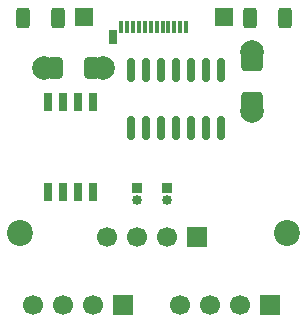
<source format=gbr>
%TF.GenerationSoftware,KiCad,Pcbnew,9.0.5*%
%TF.CreationDate,2025-10-22T16:43:25-04:00*%
%TF.ProjectId,USBC_I2C,55534243-5f49-4324-932e-6b696361645f,rev?*%
%TF.SameCoordinates,Original*%
%TF.FileFunction,Soldermask,Top*%
%TF.FilePolarity,Negative*%
%FSLAX46Y46*%
G04 Gerber Fmt 4.6, Leading zero omitted, Abs format (unit mm)*
G04 Created by KiCad (PCBNEW 9.0.5) date 2025-10-22 16:43:25*
%MOMM*%
%LPD*%
G01*
G04 APERTURE LIST*
G04 Aperture macros list*
%AMRoundRect*
0 Rectangle with rounded corners*
0 $1 Rounding radius*
0 $2 $3 $4 $5 $6 $7 $8 $9 X,Y pos of 4 corners*
0 Add a 4 corners polygon primitive as box body*
4,1,4,$2,$3,$4,$5,$6,$7,$8,$9,$2,$3,0*
0 Add four circle primitives for the rounded corners*
1,1,$1+$1,$2,$3*
1,1,$1+$1,$4,$5*
1,1,$1+$1,$6,$7*
1,1,$1+$1,$8,$9*
0 Add four rect primitives between the rounded corners*
20,1,$1+$1,$2,$3,$4,$5,0*
20,1,$1+$1,$4,$5,$6,$7,0*
20,1,$1+$1,$6,$7,$8,$9,0*
20,1,$1+$1,$8,$9,$2,$3,0*%
G04 Aperture macros list end*
%ADD10R,0.380000X1.000000*%
%ADD11R,0.700000X1.150000*%
%ADD12RoundRect,0.190000X-0.190000X0.610000X-0.190000X-0.610000X0.190000X-0.610000X0.190000X0.610000X0*%
%ADD13RoundRect,0.250000X0.312500X0.625000X-0.312500X0.625000X-0.312500X-0.625000X0.312500X-0.625000X0*%
%ADD14RoundRect,0.250000X-0.312500X-0.625000X0.312500X-0.625000X0.312500X0.625000X-0.312500X0.625000X0*%
%ADD15RoundRect,0.250000X0.650000X-0.412500X0.650000X0.412500X-0.650000X0.412500X-0.650000X-0.412500X0*%
%ADD16RoundRect,0.250000X-0.412500X-0.650000X0.412500X-0.650000X0.412500X0.650000X-0.412500X0.650000X0*%
%ADD17R,1.700000X1.700000*%
%ADD18C,1.700000*%
%ADD19R,1.500000X1.500000*%
%ADD20RoundRect,0.150000X0.150000X-0.825000X0.150000X0.825000X-0.150000X0.825000X-0.150000X-0.825000X0*%
%ADD21C,2.000000*%
%ADD22C,2.200000*%
%ADD23R,0.850000X0.850000*%
%ADD24C,0.850000*%
G04 APERTURE END LIST*
D10*
%TO.C,USB1*%
X94060000Y-59182000D03*
X94560000Y-59182000D03*
X95060000Y-59182000D03*
X95560000Y-59182000D03*
X96060000Y-59182000D03*
X96560000Y-59182000D03*
X97060000Y-59182000D03*
X97560000Y-59182000D03*
X98060000Y-59182000D03*
X98560000Y-59182000D03*
X99060000Y-59182000D03*
X99560000Y-59182000D03*
D11*
X93390000Y-60022000D03*
%TD*%
D12*
%TO.C,SW1*%
X91694000Y-65532000D03*
X90424000Y-65532000D03*
X89154000Y-65532000D03*
X87884000Y-65532000D03*
X87884000Y-73152000D03*
X89154000Y-73152000D03*
X90424000Y-73152000D03*
X91694000Y-73152000D03*
%TD*%
D13*
%TO.C,R2*%
X107888500Y-58420000D03*
X104963500Y-58420000D03*
%TD*%
D14*
%TO.C,R1*%
X85786500Y-58420000D03*
X88711500Y-58420000D03*
%TD*%
D15*
%TO.C,C2*%
X105156000Y-65316500D03*
X105156000Y-62191500D03*
%TD*%
D16*
%TO.C,C1*%
X88455100Y-62687200D03*
X91580100Y-62687200D03*
%TD*%
D17*
%TO.C,REF\u002A\u002A*%
X94234000Y-82737000D03*
D18*
X91694000Y-82737000D03*
X89154000Y-82737000D03*
X86614000Y-82737000D03*
%TD*%
D19*
%TO.C,TP3*%
X90937600Y-58365900D03*
%TD*%
D20*
%TO.C,U1*%
X94869000Y-67753000D03*
X96139000Y-67753000D03*
X97409000Y-67753000D03*
X98679000Y-67753000D03*
X99949000Y-67753000D03*
X101219000Y-67753000D03*
X102489000Y-67753000D03*
X102489000Y-62803000D03*
X101219000Y-62803000D03*
X99949000Y-62803000D03*
X98679000Y-62803000D03*
X97409000Y-62803000D03*
X96139000Y-62803000D03*
X94869000Y-62803000D03*
%TD*%
D21*
%TO.C,REF\u002A\u002A*%
X92517600Y-62687200D03*
X87517600Y-62687200D03*
%TD*%
D17*
%TO.C,REF\u002A\u002A*%
X100457000Y-76962000D03*
D18*
X97917000Y-76962000D03*
X95377000Y-76962000D03*
X92837000Y-76962000D03*
%TD*%
D22*
%TO.C,H1*%
X85520000Y-76660000D03*
%TD*%
D23*
%TO.C,REF\u002A\u002A*%
X95377000Y-72787000D03*
D24*
X95377000Y-73787000D03*
%TD*%
D23*
%TO.C,REF\u002A\u002A*%
X97917000Y-72787000D03*
D24*
X97917000Y-73787000D03*
%TD*%
D21*
%TO.C,REF\u002A\u002A*%
X105156000Y-61254000D03*
X105156000Y-66254000D03*
%TD*%
D19*
%TO.C,TP3*%
X102761300Y-58365900D03*
%TD*%
D22*
%TO.C,H2*%
X108120000Y-76660000D03*
%TD*%
D17*
%TO.C,REF\u002A\u002A*%
X106680000Y-82737000D03*
D18*
X104140000Y-82737000D03*
X101600000Y-82737000D03*
X99060000Y-82737000D03*
%TD*%
M02*

</source>
